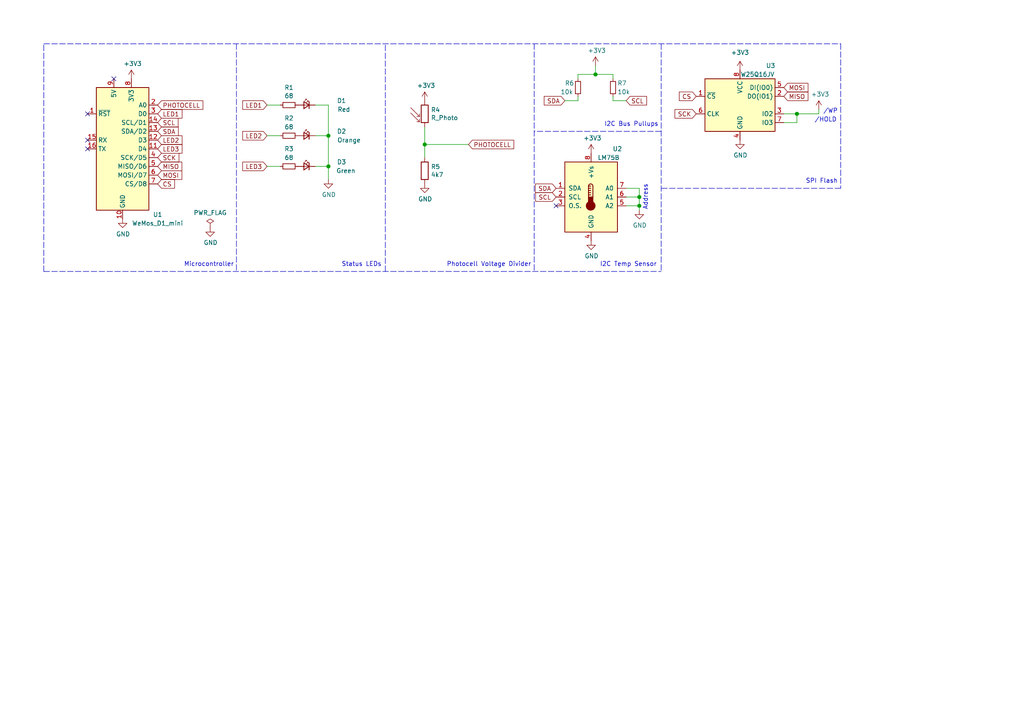
<source format=kicad_sch>
(kicad_sch (version 20210126) (generator eeschema)
  (paper "A4")
  (title_block (title "Wemos D1 Mini Sensor Shield") (date "2021-01-07") (rev "v0.1"))
  (lib_symbols
    (symbol "Device:LED_Small" (pin_numbers hide) (pin_names (offset 0.254) hide)
      (property "Reference" "D" (at -1.27 3.175 0))
      (property "Value" "LED_Small" (at -4.445 -2.54 0))
      (symbol "LED_Small_0_1"
        (polyline (pts (xy -0.762 -1.016) (xy -0.762 1.016)) (stroke (width 0.254)))
        (polyline (pts (xy 1.016 0) (xy -0.762 0)))
        (polyline (pts (xy 0.762 -1.016) (xy -0.762 0) (xy 0.762 1.016) (xy 0.762 -1.016)) (stroke (width 0.254)))
        (polyline (pts (xy 0 0.762) (xy -0.508 1.27) (xy -0.254 1.27) (xy -0.508 1.27) (xy -0.508 1.016)))
        (polyline (pts (xy 0.508 1.27) (xy 0 1.778) (xy 0.254 1.778) (xy 0 1.778) (xy 0 1.524)))
      )
      (symbol "LED_Small_1_1"
        (pin passive line (at -2.54 0 0) (length 1.778) (name "K") (number "1"))
        (pin passive line (at 2.54 0 180) (length 1.778) (name "A") (number "2"))
      )
    )
    (symbol "Device:R" (pin_numbers hide) (pin_names (offset 0))
      (property "Reference" "R" (at 2.032 0 90))
      (property "Value" "R" (at 0 0 90))
      (symbol "R_0_1"
        (rectangle (start -1.016 -2.54) (end 1.016 2.54) (stroke (width 0.254)))
      )
      (symbol "R_1_1"
        (pin passive line (at 0 3.81 270) (length 1.27) (name "~") (number "1"))
        (pin passive line (at 0 -3.81 90) (length 1.27) (name "~") (number "2"))
      )
    )
    (symbol "Device:R_Photo" (pin_numbers hide) (pin_names (offset 0))
      (property "Reference" "R" (at 1.27 1.27 0))
      (property "Value" "R_Photo" (at 1.27 0 0))
      (symbol "R_Photo_0_1"
        (rectangle (start -1.016 2.54) (end 1.016 -2.54) (stroke (width 0.254)))
        (polyline (pts (xy -1.524 -2.286) (xy -4.064 0.254)))
        (polyline (pts (xy -1.524 -2.286) (xy -2.286 -2.286)))
        (polyline (pts (xy -1.524 -2.286) (xy -1.524 -1.524)))
        (polyline (pts (xy -1.524 -0.762) (xy -4.064 1.778)))
        (polyline (pts (xy -1.524 -0.762) (xy -2.286 -0.762)))
        (polyline (pts (xy -1.524 -0.762) (xy -1.524 0)))
      )
      (symbol "R_Photo_1_1"
        (pin passive line (at 0 3.81 270) (length 1.27) (name "~") (number "1"))
        (pin passive line (at 0 -3.81 90) (length 1.27) (name "~") (number "2"))
      )
    )
    (symbol "Device:R_Small" (pin_numbers hide) (pin_names (offset 0.254) hide)
      (property "Reference" "R" (at 0.762 0.508 0))
      (property "Value" "R_Small" (at 0.762 -1.016 0))
      (symbol "R_Small_0_1"
        (rectangle (start -0.762 1.778) (end 0.762 -1.778) (stroke (width 0.2032)))
      )
      (symbol "R_Small_1_1"
        (pin passive line (at 0 2.54 270) (length 0.762) (name "~") (number "1"))
        (pin passive line (at 0 -2.54 90) (length 0.762) (name "~") (number "2"))
      )
    )
    (symbol "MCU_Module:WeMos_D1_mini"
      (property "Reference" "U" (at 3.81 19.05 0))
      (property "Value" "WeMos_D1_mini" (at 1.27 -19.05 0))
      (symbol "WeMos_D1_mini_1_1"
        (rectangle (start -7.62 17.78) (end 7.62 -17.78) (stroke (width 0.254)) (fill (type background)))
        (pin input line (at -10.16 10.16 0) (length 2.54) (name "~RST") (number "1"))
        (pin power_in line (at 0 -20.32 90) (length 2.54) (name "GND") (number "10"))
        (pin bidirectional line (at 10.16 0 180) (length 2.54) (name "D4") (number "11"))
        (pin bidirectional line (at 10.16 2.54 180) (length 2.54) (name "D3") (number "12"))
        (pin bidirectional line (at 10.16 5.08 180) (length 2.54) (name "SDA/D2") (number "13"))
        (pin bidirectional line (at 10.16 7.62 180) (length 2.54) (name "SCL/D1") (number "14"))
        (pin input line (at -10.16 2.54 0) (length 2.54) (name "RX") (number "15"))
        (pin output line (at -10.16 0 0) (length 2.54) (name "TX") (number "16"))
        (pin input line (at 10.16 12.7 180) (length 2.54) (name "A0") (number "2"))
        (pin bidirectional line (at 10.16 10.16 180) (length 2.54) (name "D0") (number "3"))
        (pin bidirectional line (at 10.16 -2.54 180) (length 2.54) (name "SCK/D5") (number "4"))
        (pin bidirectional line (at 10.16 -5.08 180) (length 2.54) (name "MISO/D6") (number "5"))
        (pin bidirectional line (at 10.16 -7.62 180) (length 2.54) (name "MOSI/D7") (number "6"))
        (pin bidirectional line (at 10.16 -10.16 180) (length 2.54) (name "CS/D8") (number "7"))
        (pin power_out line (at 2.54 20.32 270) (length 2.54) (name "3V3") (number "8"))
        (pin power_in line (at -2.54 20.32 270) (length 2.54) (name "5V") (number "9"))
      )
    )
    (symbol "Memory_Flash:W25Q32JVSS"
      (property "Reference" "U" (at -8.89 8.89 0))
      (property "Value" "W25Q32JVSS" (at 7.62 8.89 0))
      (symbol "W25Q32JVSS_0_1"
        (rectangle (start -10.16 7.62) (end 10.16 -7.62) (stroke (width 0.254)) (fill (type background)))
      )
      (symbol "W25Q32JVSS_1_1"
        (pin input line (at -12.7 2.54 0) (length 2.54) (name "~CS") (number "1"))
        (pin bidirectional line (at 12.7 2.54 180) (length 2.54) (name "DO(IO1)") (number "2"))
        (pin bidirectional line (at 12.7 -2.54 180) (length 2.54) (name "IO2") (number "3"))
        (pin power_in line (at 0 -10.16 90) (length 2.54) (name "GND") (number "4"))
        (pin bidirectional line (at 12.7 5.08 180) (length 2.54) (name "DI(IO0)") (number "5"))
        (pin input line (at -12.7 -2.54 0) (length 2.54) (name "CLK") (number "6"))
        (pin bidirectional line (at 12.7 -5.08 180) (length 2.54) (name "IO3") (number "7"))
        (pin power_in line (at 0 10.16 270) (length 2.54) (name "VCC") (number "8"))
      )
    )
    (symbol "Sensor_Temperature:LM75B" (pin_names (offset 1.016))
      (property "Reference" "U" (at -6.35 11.43 0))
      (property "Value" "LM75B" (at 0 11.43 0))
      (symbol "LM75B_0_1"
        (arc (start 0.508 3.175) (end -0.762 3.175) (radius (at -0.127 3.175) (length 0.635) (angles 0.1 179.9)) (stroke (width 0.254)))
        (circle (center -0.127 -2.54) (radius 1.27) (stroke (width 0.254)) (fill (type outline)))
        (rectangle (start -7.62 10.16) (end 7.62 -10.16) (stroke (width 0.254)) (fill (type background)))
        (rectangle (start 0.508 -1.905) (end -0.762 0) (stroke (width 0.254)) (fill (type outline)))
        (polyline (pts (xy -0.762 0.635) (xy -0.127 0.635)) (stroke (width 0.254)))
        (polyline (pts (xy -0.762 1.27) (xy -0.127 1.27)) (stroke (width 0.254)))
        (polyline (pts (xy -0.762 1.905) (xy -0.127 1.905)) (stroke (width 0.254)))
        (polyline (pts (xy -0.762 2.54) (xy -0.127 2.54)) (stroke (width 0.254)))
        (polyline (pts (xy -0.762 3.175) (xy -0.762 0)) (stroke (width 0.254)))
        (polyline (pts (xy -0.762 3.175) (xy -0.127 3.175)) (stroke (width 0.254)))
        (polyline (pts (xy 0.508 3.175) (xy 0.508 0)) (stroke (width 0.254)))
      )
      (symbol "LM75B_1_1"
        (pin bidirectional line (at -10.16 2.54 0) (length 2.54) (name "SDA") (number "1"))
        (pin input line (at -10.16 0 0) (length 2.54) (name "SCL") (number "2"))
        (pin open_collector line (at -10.16 -2.54 0) (length 2.54) (name "O.S.") (number "3"))
        (pin power_in line (at 0 -12.7 90) (length 2.54) (name "GND") (number "4"))
        (pin input line (at 10.16 -2.54 180) (length 2.54) (name "A2") (number "5"))
        (pin input line (at 10.16 0 180) (length 2.54) (name "A1") (number "6"))
        (pin input line (at 10.16 2.54 180) (length 2.54) (name "A0") (number "7"))
        (pin power_in line (at 0 12.7 270) (length 2.54) (name "+Vs") (number "8"))
      )
    )
    (symbol "power:+3V3" (power) (pin_names (offset 0))
      (property "Value" "+3V3" (at 0 3.556 0))
      (symbol "+3V3_0_1"
        (polyline (pts (xy -0.762 1.27) (xy 0 2.54)))
        (polyline (pts (xy 0 0) (xy 0 2.54)))
        (polyline (pts (xy 0 2.54) (xy 0.762 1.27)))
      )
      (symbol "+3V3_1_1"
        (pin power_in line (at 0 0 90) (length 0) hide (name "+3V3") (number "1"))
      )
    )
    (symbol "power:GND" (power) (pin_names (offset 0))
      (property "Value" "GND" (at 0 -3.81 0))
      (symbol "GND_0_1"
        (polyline (pts (xy 0 0) (xy 0 -1.27) (xy 1.27 -1.27) (xy 0 -2.54) (xy -1.27 -1.27) (xy 0 -1.27)))
      )
      (symbol "GND_1_1"
        (pin power_in line (at 0 0 270) (length 0) hide (name "GND") (number "1"))
      )
    )
    (symbol "power:PWR_FLAG" (power) (pin_numbers hide) (pin_names (offset 0) hide)
      (property "Value" "PWR_FLAG" (at 0 3.81 0))
      (symbol "PWR_FLAG_0_0"
        (pin power_out line (at 0 0 90) (length 0) (name "pwr") (number "1"))
      )
      (symbol "PWR_FLAG_0_1"
        (polyline (pts (xy 0 0) (xy 0 1.27) (xy -1.016 1.905) (xy 0 2.54) (xy 1.016 1.905) (xy 0 1.27)))
      )
    )
  )
  (junction (at 95.25 39.37) (diameter 1.016))
  (junction (at 95.25 48.26) (diameter 1.016))
  (junction (at 123.19 41.91) (diameter 1.016))
  (junction (at 172.72 21.59) (diameter 1.016))
  (junction (at 185.42 57.15) (diameter 1.016))
  (junction (at 185.42 59.69) (diameter 1.016))
  (junction (at 231.14 33.02) (diameter 1.016))
  (no_connect (at 25.4 33.02))
  (no_connect (at 25.4 40.64))
  (no_connect (at 25.4 43.18))
  (no_connect (at 33.02 22.86))
  (no_connect (at 161.29 59.69))
  (wire (pts (xy 77.47 30.48) (xy 81.28 30.48)))
  (wire (pts (xy 77.47 39.37) (xy 81.28 39.37)))
  (wire (pts (xy 77.47 48.26) (xy 81.28 48.26)))
  (wire (pts (xy 91.44 30.48) (xy 95.25 30.48)))
  (wire (pts (xy 91.44 39.37) (xy 95.25 39.37)))
  (wire (pts (xy 91.44 48.26) (xy 95.25 48.26)))
  (wire (pts (xy 95.25 30.48) (xy 95.25 39.37)))
  (wire (pts (xy 95.25 39.37) (xy 95.25 48.26)))
  (wire (pts (xy 95.25 48.26) (xy 95.25 52.07)))
  (wire (pts (xy 123.19 36.83) (xy 123.19 41.91)))
  (wire (pts (xy 123.19 41.91) (xy 123.19 45.72)))
  (wire (pts (xy 123.19 41.91) (xy 135.89 41.91)))
  (wire (pts (xy 163.83 29.21) (xy 167.64 29.21)))
  (wire (pts (xy 167.64 21.59) (xy 167.64 22.86)))
  (wire (pts (xy 167.64 29.21) (xy 167.64 27.94)))
  (wire (pts (xy 172.72 19.05) (xy 172.72 21.59)))
  (wire (pts (xy 172.72 21.59) (xy 167.64 21.59)))
  (wire (pts (xy 172.72 21.59) (xy 177.8 21.59)))
  (wire (pts (xy 177.8 21.59) (xy 177.8 22.86)))
  (wire (pts (xy 177.8 27.94) (xy 177.8 29.21)))
  (wire (pts (xy 177.8 29.21) (xy 181.61 29.21)))
  (wire (pts (xy 181.61 54.61) (xy 185.42 54.61)))
  (wire (pts (xy 181.61 57.15) (xy 185.42 57.15)))
  (wire (pts (xy 181.61 59.69) (xy 185.42 59.69)))
  (wire (pts (xy 185.42 54.61) (xy 185.42 57.15)))
  (wire (pts (xy 185.42 57.15) (xy 185.42 59.69)))
  (wire (pts (xy 185.42 59.69) (xy 185.42 60.96)))
  (wire (pts (xy 227.33 33.02) (xy 231.14 33.02)))
  (wire (pts (xy 227.33 35.56) (xy 231.14 35.56)))
  (wire (pts (xy 231.14 33.02) (xy 237.49 33.02)))
  (wire (pts (xy 231.14 35.56) (xy 231.14 33.02)))
  (wire (pts (xy 237.49 33.02) (xy 237.49 31.75)))
  (polyline (pts (xy 12.7 12.7) (xy 243.84 12.7)) (stroke (width 0) (type dash)))
  (polyline (pts (xy 12.7 78.74) (xy 12.7 12.7)) (stroke (width 0) (type dash)))
  (polyline (pts (xy 12.7 78.74) (xy 191.77 78.74)) (stroke (width 0) (type dash)))
  (polyline (pts (xy 68.58 12.7) (xy 68.58 78.74)) (stroke (width 0) (type dash)))
  (polyline (pts (xy 111.76 78.74) (xy 111.76 12.7)) (stroke (width 0) (type dash)))
  (polyline (pts (xy 154.94 12.7) (xy 154.94 78.74)) (stroke (width 0) (type dash)))
  (polyline (pts (xy 191.77 12.7) (xy 191.77 78.74)) (stroke (width 0) (type dash)))
  (polyline (pts (xy 191.77 38.1) (xy 154.94 38.1)) (stroke (width 0) (type dash)))
  (polyline (pts (xy 243.84 12.7) (xy 243.84 54.61)) (stroke (width 0) (type dash)))
  (polyline (pts (xy 243.84 54.61) (xy 191.77 54.61)) (stroke (width 0) (type dash)))
  (text "Microcontroller" (at 53.34 77.47 0) (effects (font (size 1.27 1.27)) (justify left bottom)))
  (text "Status LEDs" (at 99.06 77.47 0) (effects (font (size 1.27 1.27)) (justify left bottom)))
  (text "Photocell Voltage Divider" (at 129.54 77.47 0) (effects (font (size 1.27 1.27)) (justify left bottom)))
  (text "I2C Temp Sensor" (at 173.99 77.47 0) (effects (font (size 1.27 1.27)) (justify left bottom)))
  (text "I2C Bus Pullups" (at 175.26 36.83 0) (effects (font (size 1.27 1.27)) (justify left bottom)))
  (text "Address" (at 187.96 60.96 90) (effects (font (size 1.27 1.27)) (justify left bottom)))
  (text "SPI Flash" (at 233.68 53.34 0) (effects (font (size 1.27 1.27)) (justify left bottom)))
  (text "/HOLD" (at 236.22 35.56 0) (effects (font (size 1.27 1.27)) (justify left bottom)))
  (text "/WP" (at 238.76 33.02 0) (effects (font (size 1.27 1.27)) (justify left bottom)))
  (global_label "PHOTOCELL" (shape input) (at 45.72 30.48 0) (property "Intersheet References" "${INTERSHEET_REFS}" (effects hide)))
  (global_label "LED1" (shape input) (at 45.72 33.02 0) (property "Intersheet References" "${INTERSHEET_REFS}" (effects hide)))
  (global_label "SCL" (shape input) (at 45.72 35.56 0) (property "Intersheet References" "${INTERSHEET_REFS}" (effects hide)))
  (global_label "SDA" (shape input) (at 45.72 38.1 0) (property "Intersheet References" "${INTERSHEET_REFS}" (effects hide)))
  (global_label "LED2" (shape input) (at 45.72 40.64 0) (property "Intersheet References" "${INTERSHEET_REFS}" (effects hide)))
  (global_label "LED3" (shape input) (at 45.72 43.18 0) (property "Intersheet References" "${INTERSHEET_REFS}" (effects hide)))
  (global_label "SCK" (shape input) (at 45.72 45.72 0) (property "Intersheet References" "${INTERSHEET_REFS}" (effects hide)))
  (global_label "MISO" (shape input) (at 45.72 48.26 0) (property "Intersheet References" "${INTERSHEET_REFS}" (effects hide)))
  (global_label "MOSI" (shape input) (at 45.72 50.8 0) (property "Intersheet References" "${INTERSHEET_REFS}" (effects hide)))
  (global_label "CS" (shape input) (at 45.72 53.34 0) (property "Intersheet References" "${INTERSHEET_REFS}" (effects hide)))
  (global_label "LED1" (shape input) (at 77.47 30.48 180) (property "Intersheet References" "${INTERSHEET_REFS}" (effects hide)))
  (global_label "LED2" (shape input) (at 77.47 39.37 180) (property "Intersheet References" "${INTERSHEET_REFS}" (effects hide)))
  (global_label "LED3" (shape input) (at 77.47 48.26 180) (property "Intersheet References" "${INTERSHEET_REFS}" (effects hide)))
  (global_label "PHOTOCELL" (shape input) (at 135.89 41.91 0) (property "Intersheet References" "${INTERSHEET_REFS}" (effects hide)))
  (global_label "SDA" (shape input) (at 161.29 54.61 180) (property "Intersheet References" "${INTERSHEET_REFS}" (effects hide)))
  (global_label "SCL" (shape input) (at 161.29 57.15 180) (property "Intersheet References" "${INTERSHEET_REFS}" (effects hide)))
  (global_label "SDA" (shape input) (at 163.83 29.21 180) (property "Intersheet References" "${INTERSHEET_REFS}" (effects hide)))
  (global_label "SCL" (shape input) (at 181.61 29.21 0) (property "Intersheet References" "${INTERSHEET_REFS}" (effects hide)))
  (global_label "CS" (shape input) (at 201.93 27.94 180) (property "Intersheet References" "${INTERSHEET_REFS}" (effects hide)))
  (global_label "SCK" (shape input) (at 201.93 33.02 180) (property "Intersheet References" "${INTERSHEET_REFS}" (effects hide)))
  (global_label "MOSI" (shape input) (at 227.33 25.4 0) (property "Intersheet References" "${INTERSHEET_REFS}" (effects hide)))
  (global_label "MISO" (shape input) (at 227.33 27.94 0) (property "Intersheet References" "${INTERSHEET_REFS}" (effects hide)))
  (symbol (lib_id "power:PWR_FLAG") (at 60.96 66.04 0) (unit 1)
    (property "Reference" "#FLG0101" (effects hide))
    (property "Value" "PWR_FLAG" (at 60.96 61.7156 0))
  )
  (symbol (lib_id "power:+3V3") (at 38.1 22.86 0) (unit 1)
    (property "Reference" "#PWR02" (effects hide))
    (property "Value" "+3V3" (at 38.481 18.4658 0))
  )
  (symbol (lib_id "power:+3V3") (at 123.19 29.21 0) (unit 1)
    (property "Reference" "#PWR04" (effects hide))
    (property "Value" "+3V3" (at 123.571 24.8158 0))
  )
  (symbol (lib_id "power:+3V3") (at 171.45 44.45 0) (unit 1)
    (property "Reference" "#PWR06" (effects hide))
    (property "Value" "+3V3" (at 171.831 40.0558 0))
  )
  (symbol (lib_id "power:+3V3") (at 172.72 19.05 0) (unit 1)
    (property "Reference" "#PWR08" (effects hide))
    (property "Value" "+3V3" (at 173.101 14.6558 0))
  )
  (symbol (lib_id "power:+3V3") (at 214.63 20.32 0) (unit 1)
    (property "Reference" "#PWR010" (effects hide))
    (property "Value" "+3V3" (at 214.63 15.24 0))
  )
  (symbol (lib_id "power:+3V3") (at 237.49 31.75 0) (unit 1)
    (property "Reference" "#PWR012" (effects hide))
    (property "Value" "+3V3" (at 237.871 27.3558 0))
  )
  (symbol (lib_id "power:GND") (at 35.56 63.5 0) (unit 1)
    (property "Reference" "#PWR01" (effects hide))
    (property "Value" "GND" (at 35.687 67.8942 0))
  )
  (symbol (lib_id "power:GND") (at 60.96 66.04 0) (unit 1)
    (property "Reference" "#PWR0101" (effects hide))
    (property "Value" "GND" (at 61.0743 70.3644 0))
  )
  (symbol (lib_id "power:GND") (at 95.25 52.07 0) (unit 1)
    (property "Reference" "#PWR03" (effects hide))
    (property "Value" "GND" (at 95.377 56.4642 0))
  )
  (symbol (lib_id "power:GND") (at 123.19 53.34 0) (unit 1)
    (property "Reference" "#PWR05" (effects hide))
    (property "Value" "GND" (at 123.317 57.7342 0))
  )
  (symbol (lib_id "power:GND") (at 171.45 69.85 0) (unit 1)
    (property "Reference" "#PWR07" (effects hide))
    (property "Value" "GND" (at 171.577 74.2442 0))
  )
  (symbol (lib_id "power:GND") (at 185.42 60.96 0) (unit 1)
    (property "Reference" "#PWR09" (effects hide))
    (property "Value" "GND" (at 185.547 65.3542 0))
  )
  (symbol (lib_id "power:GND") (at 214.63 40.64 0) (unit 1)
    (property "Reference" "#PWR011" (effects hide))
    (property "Value" "GND" (at 214.757 45.0342 0))
  )
  (symbol (lib_id "Device:R_Small") (at 83.82 30.48 270) (unit 1)
    (property "Reference" "R1" (at 83.82 25.4 90))
    (property "Value" "68" (at 83.82 27.813 90))
    (property "Footprint" "Resistor_SMD:R_1206_3216Metric_Pad1.30x1.75mm_HandSolder" (effects hide))
  )
  (symbol (lib_id "Device:R_Small") (at 83.82 39.37 270) (unit 1)
    (property "Reference" "R2" (at 83.82 34.29 90))
    (property "Value" "68" (at 83.82 36.83 90))
    (property "Footprint" "Resistor_SMD:R_1206_3216Metric_Pad1.30x1.75mm_HandSolder" (effects hide))
  )
  (symbol (lib_id "Device:R_Small") (at 83.82 48.26 270) (unit 1)
    (property "Reference" "R3" (at 83.82 43.18 90))
    (property "Value" "68" (at 83.82 45.72 90))
    (property "Footprint" "Resistor_SMD:R_1206_3216Metric_Pad1.30x1.75mm_HandSolder" (effects hide))
  )
  (symbol (lib_id "Device:R_Small") (at 167.64 25.4 0) (unit 1)
    (property "Reference" "R6" (at 163.83 24.13 0) (effects (justify left)))
    (property "Value" "10k" (at 162.56 26.67 0) (effects (justify left)))
    (property "Footprint" "Resistor_SMD:R_1206_3216Metric_Pad1.30x1.75mm_HandSolder" (effects hide))
  )
  (symbol (lib_id "Device:R_Small") (at 177.8 25.4 0) (unit 1)
    (property "Reference" "R7" (at 179.07 24.13 0) (effects (justify left)))
    (property "Value" "10k" (at 179.07 26.67 0) (effects (justify left)))
    (property "Footprint" "Resistor_SMD:R_1206_3216Metric_Pad1.30x1.75mm_HandSolder" (effects hide))
  )
  (symbol (lib_id "Device:LED_Small") (at 88.9 30.48 0) (mirror y) (unit 1)
    (property "Reference" "D1" (at 99.06 29.21 0))
    (property "Value" "Red" (at 101.6 31.75 0) (effects (justify left)))
    (property "Footprint" "LED_SMD:LED_0805_2012Metric_Pad1.15x1.40mm_HandSolder" (effects hide))
  )
  (symbol (lib_id "Device:LED_Small") (at 88.9 39.37 0) (mirror y) (unit 1)
    (property "Reference" "D2" (at 99.06 38.1 0))
    (property "Value" "Orange" (at 97.79 40.64 0) (effects (justify right)))
    (property "Footprint" "LED_SMD:LED_0805_2012Metric_Pad1.15x1.40mm_HandSolder" (effects hide))
  )
  (symbol (lib_id "Device:LED_Small") (at 88.9 48.26 0) (mirror y) (unit 1)
    (property "Reference" "D3" (at 99.06 46.99 0))
    (property "Value" "Green" (at 100.33 49.53 0))
    (property "Footprint" "LED_SMD:LED_0805_2012Metric_Pad1.15x1.40mm_HandSolder" (effects hide))
  )
  (symbol (lib_id "Device:R") (at 123.19 49.53 0) (unit 1)
    (property "Reference" "R5" (at 124.968 48.3616 0) (effects (justify left)))
    (property "Value" "4k7" (at 124.968 50.673 0) (effects (justify left)))
    (property "Footprint" "Resistor_SMD:R_1206_3216Metric_Pad1.30x1.75mm_HandSolder" (effects hide))
  )
  (symbol (lib_id "Device:R_Photo") (at 123.19 33.02 0) (unit 1)
    (property "Reference" "R4" (at 124.9681 31.8706 0) (effects (justify left)))
    (property "Value" "R_Photo" (at 124.9681 34.1693 0) (effects (justify left)))
    (property "Footprint" "OptoDevice:R_LDR_4.9x4.2mm_P2.54mm_Vertical" (effects hide))
  )
  (symbol (lib_id "Sensor_Temperature:LM75B") (at 171.45 57.15 0) (unit 1)
    (property "Reference" "U2" (at 179.07 43.18 0))
    (property "Value" "LM75B" (at 176.53 45.72 0))
    (property "Footprint" "Package_SO:SOIC-8_3.9x4.9mm_P1.27mm" (effects hide))
    (property "Datasheet" "http://www.ti.com/lit/ds/symlink/lm75b.pdf" (effects hide))
  )
  (symbol (lib_id "Memory_Flash:W25Q32JVSS") (at 214.63 30.48 0) (unit 1)
    (property "Reference" "U3" (at 223.52 19.05 0))
    (property "Value" "W25Q16JV" (at 219.71 21.59 0))
    (property "Footprint" "Package_SO:SOIC-8_5.23x5.23mm_P1.27mm" (effects hide))
    (property "Datasheet" "http://www.winbond.com/resource-files/w25q32jv%20revg%2003272018%20plus.pdf" (effects hide))
  )
  (symbol (lib_id "MCU_Module:WeMos_D1_mini") (at 35.56 43.18 0) (unit 1)
    (property "Reference" "U1" (at 45.72 62.23 0))
    (property "Value" "WeMos_D1_mini" (at 45.72 64.77 0))
    (property "Footprint" "Module:WEMOS_D1_mini_light" (effects hide))
    (property "Datasheet" "https://wiki.wemos.cc/products:d1:d1_mini#documentation" (effects hide))
  )
)
</source>
